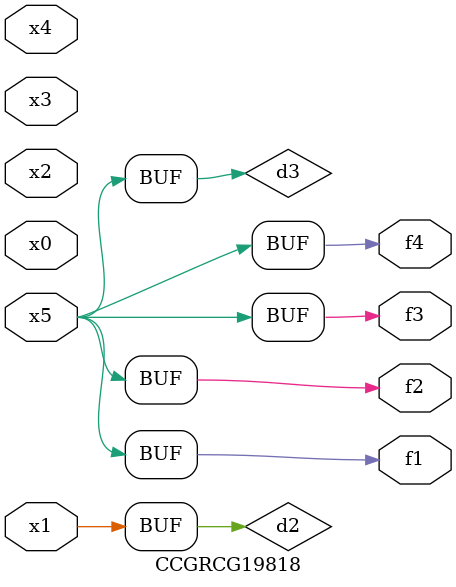
<source format=v>
module CCGRCG19818(
	input x0, x1, x2, x3, x4, x5,
	output f1, f2, f3, f4
);

	wire d1, d2, d3;

	not (d1, x5);
	or (d2, x1);
	xnor (d3, d1);
	assign f1 = d3;
	assign f2 = d3;
	assign f3 = d3;
	assign f4 = d3;
endmodule

</source>
